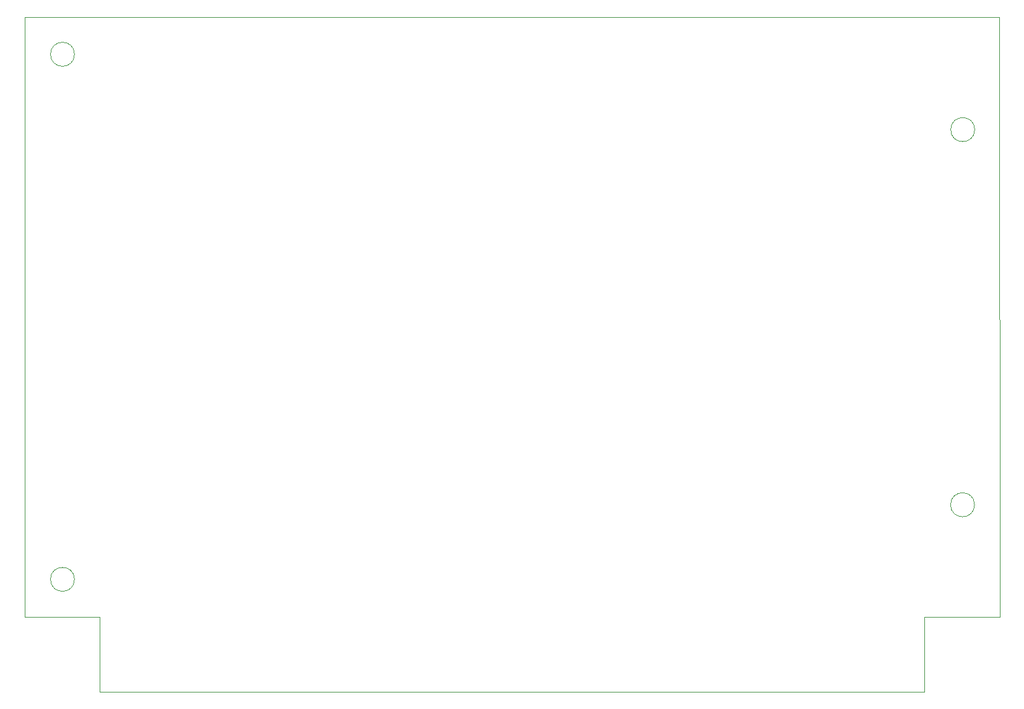
<source format=gbr>
%TF.GenerationSoftware,KiCad,Pcbnew,(6.0.10)*%
%TF.CreationDate,2023-01-06T10:23:15+00:00*%
%TF.ProjectId,Coverboard,436f7665-7262-46f6-9172-642e6b696361,rev?*%
%TF.SameCoordinates,Original*%
%TF.FileFunction,Profile,NP*%
%FSLAX46Y46*%
G04 Gerber Fmt 4.6, Leading zero omitted, Abs format (unit mm)*
G04 Created by KiCad (PCBNEW (6.0.10)) date 2023-01-06 10:23:15*
%MOMM*%
%LPD*%
G01*
G04 APERTURE LIST*
%TA.AperFunction,Profile*%
%ADD10C,0.100000*%
%TD*%
G04 APERTURE END LIST*
D10*
X208760000Y-118870000D02*
G75*
G03*
X208760000Y-118870000I-1600000J0D01*
G01*
X212100000Y-133820000D02*
X202100000Y-133820000D01*
X202090000Y-143810000D01*
X92110000Y-143810000D01*
X92100000Y-133820000D01*
X82110000Y-133810000D01*
X82090000Y-53810000D01*
X212090000Y-53800000D01*
X212100000Y-133820000D01*
X88720000Y-58780000D02*
G75*
G03*
X88720000Y-58780000I-1600000J0D01*
G01*
X208780000Y-68830000D02*
G75*
G03*
X208780000Y-68830000I-1600000J0D01*
G01*
X88720000Y-128820000D02*
G75*
G03*
X88720000Y-128820000I-1600000J0D01*
G01*
M02*

</source>
